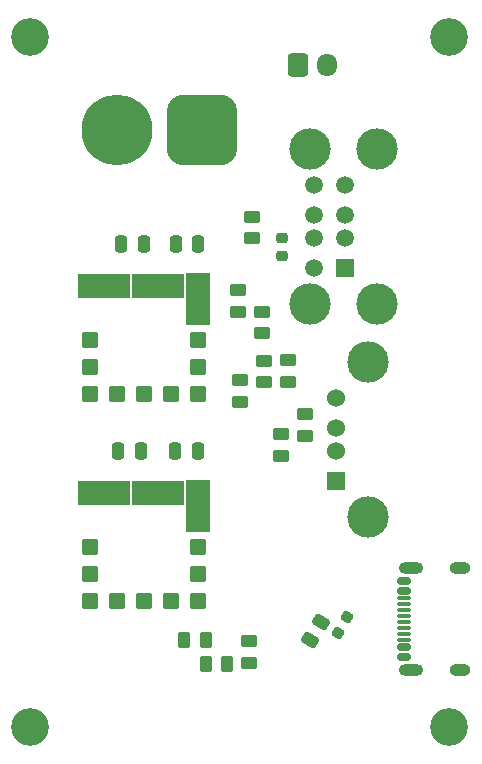
<source format=gbr>
%TF.GenerationSoftware,KiCad,Pcbnew,8.0.3*%
%TF.CreationDate,2024-06-18T09:05:39+09:00*%
%TF.ProjectId,USB_power,5553425f-706f-4776-9572-2e6b69636164,rev?*%
%TF.SameCoordinates,PX79d7e50PY830c570*%
%TF.FileFunction,Soldermask,Top*%
%TF.FilePolarity,Negative*%
%FSLAX46Y46*%
G04 Gerber Fmt 4.6, Leading zero omitted, Abs format (unit mm)*
G04 Created by KiCad (PCBNEW 8.0.3) date 2024-06-18 09:05:39*
%MOMM*%
%LPD*%
G01*
G04 APERTURE LIST*
G04 Aperture macros list*
%AMRoundRect*
0 Rectangle with rounded corners*
0 $1 Rounding radius*
0 $2 $3 $4 $5 $6 $7 $8 $9 X,Y pos of 4 corners*
0 Add a 4 corners polygon primitive as box body*
4,1,4,$2,$3,$4,$5,$6,$7,$8,$9,$2,$3,0*
0 Add four circle primitives for the rounded corners*
1,1,$1+$1,$2,$3*
1,1,$1+$1,$4,$5*
1,1,$1+$1,$6,$7*
1,1,$1+$1,$8,$9*
0 Add four rect primitives between the rounded corners*
20,1,$1+$1,$2,$3,$4,$5,0*
20,1,$1+$1,$4,$5,$6,$7,0*
20,1,$1+$1,$6,$7,$8,$9,0*
20,1,$1+$1,$8,$9,$2,$3,0*%
G04 Aperture macros list end*
%ADD10RoundRect,0.250000X-0.450000X0.262500X-0.450000X-0.262500X0.450000X-0.262500X0.450000X0.262500X0*%
%ADD11RoundRect,0.250000X-0.262500X-0.450000X0.262500X-0.450000X0.262500X0.450000X-0.262500X0.450000X0*%
%ADD12C,3.200000*%
%ADD13R,1.524000X1.524000*%
%ADD14C,1.524000*%
%ADD15C,3.500000*%
%ADD16RoundRect,0.250000X0.450000X-0.262500X0.450000X0.262500X-0.450000X0.262500X-0.450000X-0.262500X0*%
%ADD17RoundRect,0.150000X0.425000X-0.150000X0.425000X0.150000X-0.425000X0.150000X-0.425000X-0.150000X0*%
%ADD18RoundRect,0.075000X0.500000X-0.075000X0.500000X0.075000X-0.500000X0.075000X-0.500000X-0.075000X0*%
%ADD19O,2.100000X1.000000*%
%ADD20O,1.800000X1.000000*%
%ADD21RoundRect,0.250000X-0.250000X-0.475000X0.250000X-0.475000X0.250000X0.475000X-0.250000X0.475000X0*%
%ADD22RoundRect,0.250000X0.250000X0.475000X-0.250000X0.475000X-0.250000X-0.475000X0.250000X-0.475000X0*%
%ADD23RoundRect,0.218750X0.112544X-0.317568X0.331294X0.061318X-0.112544X0.317568X-0.331294X-0.061318X0*%
%ADD24RoundRect,0.102000X-0.571500X-0.571500X0.571500X-0.571500X0.571500X0.571500X-0.571500X0.571500X0*%
%ADD25RoundRect,0.102000X-2.095500X-0.952500X2.095500X-0.952500X2.095500X0.952500X-2.095500X0.952500X0*%
%ADD26RoundRect,0.102000X-0.952500X-2.095500X0.952500X-2.095500X0.952500X2.095500X-0.952500X2.095500X0*%
%ADD27RoundRect,0.250000X-0.258461X0.452332X-0.520961X-0.002332X0.258461X-0.452332X0.520961X0.002332X0*%
%ADD28RoundRect,0.250000X-0.600000X-0.725000X0.600000X-0.725000X0.600000X0.725000X-0.600000X0.725000X0*%
%ADD29O,1.700000X1.950000*%
%ADD30R,1.500000X1.500000*%
%ADD31C,1.500000*%
%ADD32RoundRect,1.500000X1.500000X1.500000X-1.500000X1.500000X-1.500000X-1.500000X1.500000X-1.500000X0*%
%ADD33C,6.000000*%
%ADD34RoundRect,0.218750X-0.256250X0.218750X-0.256250X-0.218750X0.256250X-0.218750X0.256250X0.218750X0*%
G04 APERTURE END LIST*
D10*
%TO.C,R9*%
X21138318Y40536500D03*
X21138318Y38711500D03*
%TD*%
D11*
%TO.C,R2*%
X18391500Y8890000D03*
X20216500Y8890000D03*
%TD*%
D12*
%TO.C,H1*%
X3561518Y61970482D03*
%TD*%
%TO.C,H2*%
X38994518Y61970482D03*
%TD*%
D11*
%TO.C,R1*%
X16590000Y10922000D03*
X18415000Y10922000D03*
%TD*%
D13*
%TO.C,J5*%
X29457018Y24378482D03*
D14*
X29457018Y26878482D03*
X29457018Y28878482D03*
X29457018Y31378482D03*
D15*
X32167018Y21308482D03*
X32167018Y34448482D03*
%TD*%
D16*
%TO.C,R7*%
X23368000Y32742500D03*
X23368000Y34567500D03*
%TD*%
D17*
%TO.C,J4*%
X35187518Y9494482D03*
X35187518Y10294482D03*
D18*
X35187518Y11444482D03*
X35187518Y12444482D03*
X35187518Y12944482D03*
X35187518Y13944482D03*
D17*
X35187518Y15094482D03*
X35187518Y15894482D03*
X35187518Y15894482D03*
X35187518Y15094482D03*
D18*
X35187518Y14444482D03*
X35187518Y13444482D03*
X35187518Y11944482D03*
X35187518Y10944482D03*
D17*
X35187518Y10294482D03*
X35187518Y9494482D03*
D19*
X35762518Y8374482D03*
D20*
X39942518Y8374482D03*
D19*
X35762518Y17014482D03*
D20*
X39942518Y17014482D03*
%TD*%
D12*
%TO.C,H3*%
X38994518Y3550482D03*
%TD*%
D21*
%TO.C,C1*%
X10988000Y26924000D03*
X12888000Y26924000D03*
%TD*%
D22*
%TO.C,C10*%
X17785518Y44444482D03*
X15885518Y44444482D03*
%TD*%
D10*
%TO.C,R10*%
X23170318Y38709600D03*
X23170318Y36884600D03*
%TD*%
D23*
%TO.C,D1*%
X29578249Y11510004D03*
X30365751Y12873996D03*
%TD*%
D24*
%TO.C,MD2*%
X8641518Y36316482D03*
D25*
X9784518Y40888482D03*
X14356518Y40888482D03*
D26*
X17785518Y39745482D03*
D24*
X17785518Y36316482D03*
X17785518Y31744482D03*
X13213518Y31744482D03*
X10927518Y31744482D03*
X8641518Y31744482D03*
X8641518Y34030482D03*
X17785518Y34030482D03*
X15499518Y31744482D03*
%TD*%
D27*
%TO.C,R11*%
X28142250Y12474248D03*
X27229750Y10893752D03*
%TD*%
D28*
%TO.C,J3*%
X26207518Y59557482D03*
D29*
X28707518Y59557482D03*
%TD*%
D22*
%TO.C,C5*%
X17714000Y26924000D03*
X15814000Y26924000D03*
%TD*%
D30*
%TO.C,J2*%
X30231518Y42412482D03*
D31*
X30231518Y44912482D03*
X30231518Y46912482D03*
X30231518Y49412482D03*
X27611518Y42412482D03*
X27611518Y44912482D03*
X27611518Y46912482D03*
X27611518Y49412482D03*
D15*
X32941518Y39342482D03*
X32941518Y52482482D03*
X27261518Y39342482D03*
X27261518Y52482482D03*
%TD*%
D24*
%TO.C,MD1*%
X8636000Y18796000D03*
D25*
X9779000Y23368000D03*
X14351000Y23368000D03*
D26*
X17780000Y22225000D03*
D24*
X17780000Y18796000D03*
X17780000Y14224000D03*
X13208000Y14224000D03*
X10922000Y14224000D03*
X8636000Y14224000D03*
X8636000Y16510000D03*
X17780000Y16510000D03*
X15494000Y14224000D03*
%TD*%
D16*
%TO.C,R4*%
X24765000Y26519500D03*
X24765000Y28344500D03*
%TD*%
%TO.C,R5*%
X26797000Y28194000D03*
X26797000Y30019000D03*
%TD*%
D32*
%TO.C,J1*%
X18127518Y54096482D03*
D33*
X10927518Y54096482D03*
%TD*%
D34*
%TO.C,D2*%
X24892000Y44983500D03*
X24892000Y43408500D03*
%TD*%
D16*
%TO.C,R3*%
X22098000Y10818500D03*
X22098000Y8993500D03*
%TD*%
%TO.C,R6*%
X21336000Y32916500D03*
X21336000Y31091500D03*
%TD*%
D10*
%TO.C,R8*%
X25400000Y34585482D03*
X25400000Y32760482D03*
%TD*%
D16*
%TO.C,R12*%
X22352000Y44934500D03*
X22352000Y46759500D03*
%TD*%
D12*
%TO.C,H4*%
X3561518Y3550482D03*
%TD*%
D21*
%TO.C,C2*%
X11247518Y44444482D03*
X13147518Y44444482D03*
%TD*%
M02*

</source>
